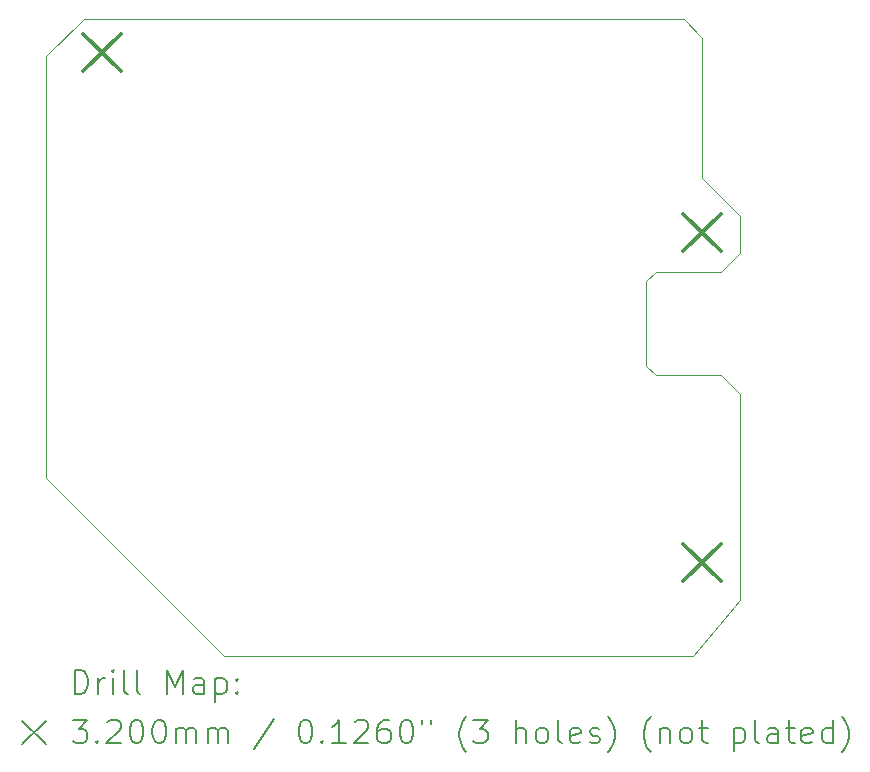
<source format=gbr>
%TF.GenerationSoftware,KiCad,Pcbnew,7.0.2*%
%TF.CreationDate,2023-09-07T17:56:45+02:00*%
%TF.ProjectId,BEP-RFID-cashdrawer,4245502d-5246-4494-942d-636173686472,rev?*%
%TF.SameCoordinates,Original*%
%TF.FileFunction,Drillmap*%
%TF.FilePolarity,Positive*%
%FSLAX45Y45*%
G04 Gerber Fmt 4.5, Leading zero omitted, Abs format (unit mm)*
G04 Created by KiCad (PCBNEW 7.0.2) date 2023-09-07 17:56:45*
%MOMM*%
%LPD*%
G01*
G04 APERTURE LIST*
%ADD10C,0.100000*%
%ADD11C,0.200000*%
%ADD12C,0.320000*%
G04 APERTURE END LIST*
D10*
X12223750Y-10080625D02*
X13731875Y-11588750D01*
X17938750Y-9207500D02*
X18097500Y-9366250D01*
X17383125Y-9207500D02*
X17938750Y-9207500D01*
X17383125Y-8334375D02*
X17303750Y-8413750D01*
X18097500Y-8175625D02*
X18097500Y-7858125D01*
X17938750Y-8334375D02*
X18097500Y-8175625D01*
X17383125Y-8334375D02*
X17938750Y-8334375D01*
X17303750Y-9128125D02*
X17303750Y-8413750D01*
X17383125Y-9207500D02*
X17303750Y-9128125D01*
X12223750Y-6508750D02*
X12541250Y-6191250D01*
X12223750Y-10080625D02*
X12223750Y-6508750D01*
X17700625Y-11588750D02*
X13731875Y-11588750D01*
X18097500Y-11112500D02*
X17700625Y-11588750D01*
X18097500Y-9366250D02*
X18097500Y-11112500D01*
X17780000Y-7540625D02*
X18097500Y-7858125D01*
X17780000Y-6350000D02*
X17780000Y-7540625D01*
X17621250Y-6191250D02*
X17780000Y-6350000D01*
X12541250Y-6191250D02*
X17621250Y-6191250D01*
D11*
D12*
X12540000Y-6317000D02*
X12860000Y-6637000D01*
X12860000Y-6317000D02*
X12540000Y-6637000D01*
X17620000Y-7841000D02*
X17940000Y-8161000D01*
X17940000Y-7841000D02*
X17620000Y-8161000D01*
X17620000Y-10635000D02*
X17940000Y-10955000D01*
X17940000Y-10635000D02*
X17620000Y-10955000D01*
D11*
X12466369Y-11906274D02*
X12466369Y-11706274D01*
X12466369Y-11706274D02*
X12513988Y-11706274D01*
X12513988Y-11706274D02*
X12542559Y-11715798D01*
X12542559Y-11715798D02*
X12561607Y-11734845D01*
X12561607Y-11734845D02*
X12571131Y-11753893D01*
X12571131Y-11753893D02*
X12580655Y-11791988D01*
X12580655Y-11791988D02*
X12580655Y-11820559D01*
X12580655Y-11820559D02*
X12571131Y-11858655D01*
X12571131Y-11858655D02*
X12561607Y-11877702D01*
X12561607Y-11877702D02*
X12542559Y-11896750D01*
X12542559Y-11896750D02*
X12513988Y-11906274D01*
X12513988Y-11906274D02*
X12466369Y-11906274D01*
X12666369Y-11906274D02*
X12666369Y-11772940D01*
X12666369Y-11811036D02*
X12675893Y-11791988D01*
X12675893Y-11791988D02*
X12685417Y-11782464D01*
X12685417Y-11782464D02*
X12704464Y-11772940D01*
X12704464Y-11772940D02*
X12723512Y-11772940D01*
X12790178Y-11906274D02*
X12790178Y-11772940D01*
X12790178Y-11706274D02*
X12780655Y-11715798D01*
X12780655Y-11715798D02*
X12790178Y-11725321D01*
X12790178Y-11725321D02*
X12799702Y-11715798D01*
X12799702Y-11715798D02*
X12790178Y-11706274D01*
X12790178Y-11706274D02*
X12790178Y-11725321D01*
X12913988Y-11906274D02*
X12894940Y-11896750D01*
X12894940Y-11896750D02*
X12885417Y-11877702D01*
X12885417Y-11877702D02*
X12885417Y-11706274D01*
X13018750Y-11906274D02*
X12999702Y-11896750D01*
X12999702Y-11896750D02*
X12990178Y-11877702D01*
X12990178Y-11877702D02*
X12990178Y-11706274D01*
X13247321Y-11906274D02*
X13247321Y-11706274D01*
X13247321Y-11706274D02*
X13313988Y-11849131D01*
X13313988Y-11849131D02*
X13380655Y-11706274D01*
X13380655Y-11706274D02*
X13380655Y-11906274D01*
X13561607Y-11906274D02*
X13561607Y-11801512D01*
X13561607Y-11801512D02*
X13552083Y-11782464D01*
X13552083Y-11782464D02*
X13533036Y-11772940D01*
X13533036Y-11772940D02*
X13494940Y-11772940D01*
X13494940Y-11772940D02*
X13475893Y-11782464D01*
X13561607Y-11896750D02*
X13542559Y-11906274D01*
X13542559Y-11906274D02*
X13494940Y-11906274D01*
X13494940Y-11906274D02*
X13475893Y-11896750D01*
X13475893Y-11896750D02*
X13466369Y-11877702D01*
X13466369Y-11877702D02*
X13466369Y-11858655D01*
X13466369Y-11858655D02*
X13475893Y-11839607D01*
X13475893Y-11839607D02*
X13494940Y-11830083D01*
X13494940Y-11830083D02*
X13542559Y-11830083D01*
X13542559Y-11830083D02*
X13561607Y-11820559D01*
X13656845Y-11772940D02*
X13656845Y-11972940D01*
X13656845Y-11782464D02*
X13675893Y-11772940D01*
X13675893Y-11772940D02*
X13713988Y-11772940D01*
X13713988Y-11772940D02*
X13733036Y-11782464D01*
X13733036Y-11782464D02*
X13742559Y-11791988D01*
X13742559Y-11791988D02*
X13752083Y-11811036D01*
X13752083Y-11811036D02*
X13752083Y-11868178D01*
X13752083Y-11868178D02*
X13742559Y-11887226D01*
X13742559Y-11887226D02*
X13733036Y-11896750D01*
X13733036Y-11896750D02*
X13713988Y-11906274D01*
X13713988Y-11906274D02*
X13675893Y-11906274D01*
X13675893Y-11906274D02*
X13656845Y-11896750D01*
X13837798Y-11887226D02*
X13847321Y-11896750D01*
X13847321Y-11896750D02*
X13837798Y-11906274D01*
X13837798Y-11906274D02*
X13828274Y-11896750D01*
X13828274Y-11896750D02*
X13837798Y-11887226D01*
X13837798Y-11887226D02*
X13837798Y-11906274D01*
X13837798Y-11782464D02*
X13847321Y-11791988D01*
X13847321Y-11791988D02*
X13837798Y-11801512D01*
X13837798Y-11801512D02*
X13828274Y-11791988D01*
X13828274Y-11791988D02*
X13837798Y-11782464D01*
X13837798Y-11782464D02*
X13837798Y-11801512D01*
X12018750Y-12133750D02*
X12218750Y-12333750D01*
X12218750Y-12133750D02*
X12018750Y-12333750D01*
X12447321Y-12126274D02*
X12571131Y-12126274D01*
X12571131Y-12126274D02*
X12504464Y-12202464D01*
X12504464Y-12202464D02*
X12533036Y-12202464D01*
X12533036Y-12202464D02*
X12552083Y-12211988D01*
X12552083Y-12211988D02*
X12561607Y-12221512D01*
X12561607Y-12221512D02*
X12571131Y-12240559D01*
X12571131Y-12240559D02*
X12571131Y-12288178D01*
X12571131Y-12288178D02*
X12561607Y-12307226D01*
X12561607Y-12307226D02*
X12552083Y-12316750D01*
X12552083Y-12316750D02*
X12533036Y-12326274D01*
X12533036Y-12326274D02*
X12475893Y-12326274D01*
X12475893Y-12326274D02*
X12456845Y-12316750D01*
X12456845Y-12316750D02*
X12447321Y-12307226D01*
X12656845Y-12307226D02*
X12666369Y-12316750D01*
X12666369Y-12316750D02*
X12656845Y-12326274D01*
X12656845Y-12326274D02*
X12647321Y-12316750D01*
X12647321Y-12316750D02*
X12656845Y-12307226D01*
X12656845Y-12307226D02*
X12656845Y-12326274D01*
X12742559Y-12145321D02*
X12752083Y-12135798D01*
X12752083Y-12135798D02*
X12771131Y-12126274D01*
X12771131Y-12126274D02*
X12818750Y-12126274D01*
X12818750Y-12126274D02*
X12837798Y-12135798D01*
X12837798Y-12135798D02*
X12847321Y-12145321D01*
X12847321Y-12145321D02*
X12856845Y-12164369D01*
X12856845Y-12164369D02*
X12856845Y-12183417D01*
X12856845Y-12183417D02*
X12847321Y-12211988D01*
X12847321Y-12211988D02*
X12733036Y-12326274D01*
X12733036Y-12326274D02*
X12856845Y-12326274D01*
X12980655Y-12126274D02*
X12999702Y-12126274D01*
X12999702Y-12126274D02*
X13018750Y-12135798D01*
X13018750Y-12135798D02*
X13028274Y-12145321D01*
X13028274Y-12145321D02*
X13037798Y-12164369D01*
X13037798Y-12164369D02*
X13047321Y-12202464D01*
X13047321Y-12202464D02*
X13047321Y-12250083D01*
X13047321Y-12250083D02*
X13037798Y-12288178D01*
X13037798Y-12288178D02*
X13028274Y-12307226D01*
X13028274Y-12307226D02*
X13018750Y-12316750D01*
X13018750Y-12316750D02*
X12999702Y-12326274D01*
X12999702Y-12326274D02*
X12980655Y-12326274D01*
X12980655Y-12326274D02*
X12961607Y-12316750D01*
X12961607Y-12316750D02*
X12952083Y-12307226D01*
X12952083Y-12307226D02*
X12942559Y-12288178D01*
X12942559Y-12288178D02*
X12933036Y-12250083D01*
X12933036Y-12250083D02*
X12933036Y-12202464D01*
X12933036Y-12202464D02*
X12942559Y-12164369D01*
X12942559Y-12164369D02*
X12952083Y-12145321D01*
X12952083Y-12145321D02*
X12961607Y-12135798D01*
X12961607Y-12135798D02*
X12980655Y-12126274D01*
X13171131Y-12126274D02*
X13190179Y-12126274D01*
X13190179Y-12126274D02*
X13209226Y-12135798D01*
X13209226Y-12135798D02*
X13218750Y-12145321D01*
X13218750Y-12145321D02*
X13228274Y-12164369D01*
X13228274Y-12164369D02*
X13237798Y-12202464D01*
X13237798Y-12202464D02*
X13237798Y-12250083D01*
X13237798Y-12250083D02*
X13228274Y-12288178D01*
X13228274Y-12288178D02*
X13218750Y-12307226D01*
X13218750Y-12307226D02*
X13209226Y-12316750D01*
X13209226Y-12316750D02*
X13190179Y-12326274D01*
X13190179Y-12326274D02*
X13171131Y-12326274D01*
X13171131Y-12326274D02*
X13152083Y-12316750D01*
X13152083Y-12316750D02*
X13142559Y-12307226D01*
X13142559Y-12307226D02*
X13133036Y-12288178D01*
X13133036Y-12288178D02*
X13123512Y-12250083D01*
X13123512Y-12250083D02*
X13123512Y-12202464D01*
X13123512Y-12202464D02*
X13133036Y-12164369D01*
X13133036Y-12164369D02*
X13142559Y-12145321D01*
X13142559Y-12145321D02*
X13152083Y-12135798D01*
X13152083Y-12135798D02*
X13171131Y-12126274D01*
X13323512Y-12326274D02*
X13323512Y-12192940D01*
X13323512Y-12211988D02*
X13333036Y-12202464D01*
X13333036Y-12202464D02*
X13352083Y-12192940D01*
X13352083Y-12192940D02*
X13380655Y-12192940D01*
X13380655Y-12192940D02*
X13399702Y-12202464D01*
X13399702Y-12202464D02*
X13409226Y-12221512D01*
X13409226Y-12221512D02*
X13409226Y-12326274D01*
X13409226Y-12221512D02*
X13418750Y-12202464D01*
X13418750Y-12202464D02*
X13437798Y-12192940D01*
X13437798Y-12192940D02*
X13466369Y-12192940D01*
X13466369Y-12192940D02*
X13485417Y-12202464D01*
X13485417Y-12202464D02*
X13494940Y-12221512D01*
X13494940Y-12221512D02*
X13494940Y-12326274D01*
X13590179Y-12326274D02*
X13590179Y-12192940D01*
X13590179Y-12211988D02*
X13599702Y-12202464D01*
X13599702Y-12202464D02*
X13618750Y-12192940D01*
X13618750Y-12192940D02*
X13647321Y-12192940D01*
X13647321Y-12192940D02*
X13666369Y-12202464D01*
X13666369Y-12202464D02*
X13675893Y-12221512D01*
X13675893Y-12221512D02*
X13675893Y-12326274D01*
X13675893Y-12221512D02*
X13685417Y-12202464D01*
X13685417Y-12202464D02*
X13704464Y-12192940D01*
X13704464Y-12192940D02*
X13733036Y-12192940D01*
X13733036Y-12192940D02*
X13752083Y-12202464D01*
X13752083Y-12202464D02*
X13761607Y-12221512D01*
X13761607Y-12221512D02*
X13761607Y-12326274D01*
X14152083Y-12116750D02*
X13980655Y-12373893D01*
X14409226Y-12126274D02*
X14428274Y-12126274D01*
X14428274Y-12126274D02*
X14447322Y-12135798D01*
X14447322Y-12135798D02*
X14456845Y-12145321D01*
X14456845Y-12145321D02*
X14466369Y-12164369D01*
X14466369Y-12164369D02*
X14475893Y-12202464D01*
X14475893Y-12202464D02*
X14475893Y-12250083D01*
X14475893Y-12250083D02*
X14466369Y-12288178D01*
X14466369Y-12288178D02*
X14456845Y-12307226D01*
X14456845Y-12307226D02*
X14447322Y-12316750D01*
X14447322Y-12316750D02*
X14428274Y-12326274D01*
X14428274Y-12326274D02*
X14409226Y-12326274D01*
X14409226Y-12326274D02*
X14390179Y-12316750D01*
X14390179Y-12316750D02*
X14380655Y-12307226D01*
X14380655Y-12307226D02*
X14371131Y-12288178D01*
X14371131Y-12288178D02*
X14361607Y-12250083D01*
X14361607Y-12250083D02*
X14361607Y-12202464D01*
X14361607Y-12202464D02*
X14371131Y-12164369D01*
X14371131Y-12164369D02*
X14380655Y-12145321D01*
X14380655Y-12145321D02*
X14390179Y-12135798D01*
X14390179Y-12135798D02*
X14409226Y-12126274D01*
X14561607Y-12307226D02*
X14571131Y-12316750D01*
X14571131Y-12316750D02*
X14561607Y-12326274D01*
X14561607Y-12326274D02*
X14552083Y-12316750D01*
X14552083Y-12316750D02*
X14561607Y-12307226D01*
X14561607Y-12307226D02*
X14561607Y-12326274D01*
X14761607Y-12326274D02*
X14647322Y-12326274D01*
X14704464Y-12326274D02*
X14704464Y-12126274D01*
X14704464Y-12126274D02*
X14685417Y-12154845D01*
X14685417Y-12154845D02*
X14666369Y-12173893D01*
X14666369Y-12173893D02*
X14647322Y-12183417D01*
X14837798Y-12145321D02*
X14847322Y-12135798D01*
X14847322Y-12135798D02*
X14866369Y-12126274D01*
X14866369Y-12126274D02*
X14913988Y-12126274D01*
X14913988Y-12126274D02*
X14933036Y-12135798D01*
X14933036Y-12135798D02*
X14942560Y-12145321D01*
X14942560Y-12145321D02*
X14952083Y-12164369D01*
X14952083Y-12164369D02*
X14952083Y-12183417D01*
X14952083Y-12183417D02*
X14942560Y-12211988D01*
X14942560Y-12211988D02*
X14828274Y-12326274D01*
X14828274Y-12326274D02*
X14952083Y-12326274D01*
X15123512Y-12126274D02*
X15085417Y-12126274D01*
X15085417Y-12126274D02*
X15066369Y-12135798D01*
X15066369Y-12135798D02*
X15056845Y-12145321D01*
X15056845Y-12145321D02*
X15037798Y-12173893D01*
X15037798Y-12173893D02*
X15028274Y-12211988D01*
X15028274Y-12211988D02*
X15028274Y-12288178D01*
X15028274Y-12288178D02*
X15037798Y-12307226D01*
X15037798Y-12307226D02*
X15047322Y-12316750D01*
X15047322Y-12316750D02*
X15066369Y-12326274D01*
X15066369Y-12326274D02*
X15104464Y-12326274D01*
X15104464Y-12326274D02*
X15123512Y-12316750D01*
X15123512Y-12316750D02*
X15133036Y-12307226D01*
X15133036Y-12307226D02*
X15142560Y-12288178D01*
X15142560Y-12288178D02*
X15142560Y-12240559D01*
X15142560Y-12240559D02*
X15133036Y-12221512D01*
X15133036Y-12221512D02*
X15123512Y-12211988D01*
X15123512Y-12211988D02*
X15104464Y-12202464D01*
X15104464Y-12202464D02*
X15066369Y-12202464D01*
X15066369Y-12202464D02*
X15047322Y-12211988D01*
X15047322Y-12211988D02*
X15037798Y-12221512D01*
X15037798Y-12221512D02*
X15028274Y-12240559D01*
X15266369Y-12126274D02*
X15285417Y-12126274D01*
X15285417Y-12126274D02*
X15304464Y-12135798D01*
X15304464Y-12135798D02*
X15313988Y-12145321D01*
X15313988Y-12145321D02*
X15323512Y-12164369D01*
X15323512Y-12164369D02*
X15333036Y-12202464D01*
X15333036Y-12202464D02*
X15333036Y-12250083D01*
X15333036Y-12250083D02*
X15323512Y-12288178D01*
X15323512Y-12288178D02*
X15313988Y-12307226D01*
X15313988Y-12307226D02*
X15304464Y-12316750D01*
X15304464Y-12316750D02*
X15285417Y-12326274D01*
X15285417Y-12326274D02*
X15266369Y-12326274D01*
X15266369Y-12326274D02*
X15247322Y-12316750D01*
X15247322Y-12316750D02*
X15237798Y-12307226D01*
X15237798Y-12307226D02*
X15228274Y-12288178D01*
X15228274Y-12288178D02*
X15218750Y-12250083D01*
X15218750Y-12250083D02*
X15218750Y-12202464D01*
X15218750Y-12202464D02*
X15228274Y-12164369D01*
X15228274Y-12164369D02*
X15237798Y-12145321D01*
X15237798Y-12145321D02*
X15247322Y-12135798D01*
X15247322Y-12135798D02*
X15266369Y-12126274D01*
X15409226Y-12126274D02*
X15409226Y-12164369D01*
X15485417Y-12126274D02*
X15485417Y-12164369D01*
X15780655Y-12402464D02*
X15771131Y-12392940D01*
X15771131Y-12392940D02*
X15752084Y-12364369D01*
X15752084Y-12364369D02*
X15742560Y-12345321D01*
X15742560Y-12345321D02*
X15733036Y-12316750D01*
X15733036Y-12316750D02*
X15723512Y-12269131D01*
X15723512Y-12269131D02*
X15723512Y-12231036D01*
X15723512Y-12231036D02*
X15733036Y-12183417D01*
X15733036Y-12183417D02*
X15742560Y-12154845D01*
X15742560Y-12154845D02*
X15752084Y-12135798D01*
X15752084Y-12135798D02*
X15771131Y-12107226D01*
X15771131Y-12107226D02*
X15780655Y-12097702D01*
X15837798Y-12126274D02*
X15961607Y-12126274D01*
X15961607Y-12126274D02*
X15894941Y-12202464D01*
X15894941Y-12202464D02*
X15923512Y-12202464D01*
X15923512Y-12202464D02*
X15942560Y-12211988D01*
X15942560Y-12211988D02*
X15952084Y-12221512D01*
X15952084Y-12221512D02*
X15961607Y-12240559D01*
X15961607Y-12240559D02*
X15961607Y-12288178D01*
X15961607Y-12288178D02*
X15952084Y-12307226D01*
X15952084Y-12307226D02*
X15942560Y-12316750D01*
X15942560Y-12316750D02*
X15923512Y-12326274D01*
X15923512Y-12326274D02*
X15866369Y-12326274D01*
X15866369Y-12326274D02*
X15847322Y-12316750D01*
X15847322Y-12316750D02*
X15837798Y-12307226D01*
X16199703Y-12326274D02*
X16199703Y-12126274D01*
X16285417Y-12326274D02*
X16285417Y-12221512D01*
X16285417Y-12221512D02*
X16275893Y-12202464D01*
X16275893Y-12202464D02*
X16256846Y-12192940D01*
X16256846Y-12192940D02*
X16228274Y-12192940D01*
X16228274Y-12192940D02*
X16209226Y-12202464D01*
X16209226Y-12202464D02*
X16199703Y-12211988D01*
X16409226Y-12326274D02*
X16390179Y-12316750D01*
X16390179Y-12316750D02*
X16380655Y-12307226D01*
X16380655Y-12307226D02*
X16371131Y-12288178D01*
X16371131Y-12288178D02*
X16371131Y-12231036D01*
X16371131Y-12231036D02*
X16380655Y-12211988D01*
X16380655Y-12211988D02*
X16390179Y-12202464D01*
X16390179Y-12202464D02*
X16409226Y-12192940D01*
X16409226Y-12192940D02*
X16437798Y-12192940D01*
X16437798Y-12192940D02*
X16456846Y-12202464D01*
X16456846Y-12202464D02*
X16466369Y-12211988D01*
X16466369Y-12211988D02*
X16475893Y-12231036D01*
X16475893Y-12231036D02*
X16475893Y-12288178D01*
X16475893Y-12288178D02*
X16466369Y-12307226D01*
X16466369Y-12307226D02*
X16456846Y-12316750D01*
X16456846Y-12316750D02*
X16437798Y-12326274D01*
X16437798Y-12326274D02*
X16409226Y-12326274D01*
X16590179Y-12326274D02*
X16571131Y-12316750D01*
X16571131Y-12316750D02*
X16561607Y-12297702D01*
X16561607Y-12297702D02*
X16561607Y-12126274D01*
X16742560Y-12316750D02*
X16723512Y-12326274D01*
X16723512Y-12326274D02*
X16685417Y-12326274D01*
X16685417Y-12326274D02*
X16666369Y-12316750D01*
X16666369Y-12316750D02*
X16656846Y-12297702D01*
X16656846Y-12297702D02*
X16656846Y-12221512D01*
X16656846Y-12221512D02*
X16666369Y-12202464D01*
X16666369Y-12202464D02*
X16685417Y-12192940D01*
X16685417Y-12192940D02*
X16723512Y-12192940D01*
X16723512Y-12192940D02*
X16742560Y-12202464D01*
X16742560Y-12202464D02*
X16752084Y-12221512D01*
X16752084Y-12221512D02*
X16752084Y-12240559D01*
X16752084Y-12240559D02*
X16656846Y-12259607D01*
X16828274Y-12316750D02*
X16847322Y-12326274D01*
X16847322Y-12326274D02*
X16885417Y-12326274D01*
X16885417Y-12326274D02*
X16904465Y-12316750D01*
X16904465Y-12316750D02*
X16913989Y-12297702D01*
X16913989Y-12297702D02*
X16913989Y-12288178D01*
X16913989Y-12288178D02*
X16904465Y-12269131D01*
X16904465Y-12269131D02*
X16885417Y-12259607D01*
X16885417Y-12259607D02*
X16856846Y-12259607D01*
X16856846Y-12259607D02*
X16837798Y-12250083D01*
X16837798Y-12250083D02*
X16828274Y-12231036D01*
X16828274Y-12231036D02*
X16828274Y-12221512D01*
X16828274Y-12221512D02*
X16837798Y-12202464D01*
X16837798Y-12202464D02*
X16856846Y-12192940D01*
X16856846Y-12192940D02*
X16885417Y-12192940D01*
X16885417Y-12192940D02*
X16904465Y-12202464D01*
X16980655Y-12402464D02*
X16990179Y-12392940D01*
X16990179Y-12392940D02*
X17009227Y-12364369D01*
X17009227Y-12364369D02*
X17018750Y-12345321D01*
X17018750Y-12345321D02*
X17028274Y-12316750D01*
X17028274Y-12316750D02*
X17037798Y-12269131D01*
X17037798Y-12269131D02*
X17037798Y-12231036D01*
X17037798Y-12231036D02*
X17028274Y-12183417D01*
X17028274Y-12183417D02*
X17018750Y-12154845D01*
X17018750Y-12154845D02*
X17009227Y-12135798D01*
X17009227Y-12135798D02*
X16990179Y-12107226D01*
X16990179Y-12107226D02*
X16980655Y-12097702D01*
X17342560Y-12402464D02*
X17333036Y-12392940D01*
X17333036Y-12392940D02*
X17313989Y-12364369D01*
X17313989Y-12364369D02*
X17304465Y-12345321D01*
X17304465Y-12345321D02*
X17294941Y-12316750D01*
X17294941Y-12316750D02*
X17285417Y-12269131D01*
X17285417Y-12269131D02*
X17285417Y-12231036D01*
X17285417Y-12231036D02*
X17294941Y-12183417D01*
X17294941Y-12183417D02*
X17304465Y-12154845D01*
X17304465Y-12154845D02*
X17313989Y-12135798D01*
X17313989Y-12135798D02*
X17333036Y-12107226D01*
X17333036Y-12107226D02*
X17342560Y-12097702D01*
X17418750Y-12192940D02*
X17418750Y-12326274D01*
X17418750Y-12211988D02*
X17428274Y-12202464D01*
X17428274Y-12202464D02*
X17447322Y-12192940D01*
X17447322Y-12192940D02*
X17475893Y-12192940D01*
X17475893Y-12192940D02*
X17494941Y-12202464D01*
X17494941Y-12202464D02*
X17504465Y-12221512D01*
X17504465Y-12221512D02*
X17504465Y-12326274D01*
X17628274Y-12326274D02*
X17609227Y-12316750D01*
X17609227Y-12316750D02*
X17599703Y-12307226D01*
X17599703Y-12307226D02*
X17590179Y-12288178D01*
X17590179Y-12288178D02*
X17590179Y-12231036D01*
X17590179Y-12231036D02*
X17599703Y-12211988D01*
X17599703Y-12211988D02*
X17609227Y-12202464D01*
X17609227Y-12202464D02*
X17628274Y-12192940D01*
X17628274Y-12192940D02*
X17656846Y-12192940D01*
X17656846Y-12192940D02*
X17675893Y-12202464D01*
X17675893Y-12202464D02*
X17685417Y-12211988D01*
X17685417Y-12211988D02*
X17694941Y-12231036D01*
X17694941Y-12231036D02*
X17694941Y-12288178D01*
X17694941Y-12288178D02*
X17685417Y-12307226D01*
X17685417Y-12307226D02*
X17675893Y-12316750D01*
X17675893Y-12316750D02*
X17656846Y-12326274D01*
X17656846Y-12326274D02*
X17628274Y-12326274D01*
X17752084Y-12192940D02*
X17828274Y-12192940D01*
X17780655Y-12126274D02*
X17780655Y-12297702D01*
X17780655Y-12297702D02*
X17790179Y-12316750D01*
X17790179Y-12316750D02*
X17809227Y-12326274D01*
X17809227Y-12326274D02*
X17828274Y-12326274D01*
X18047322Y-12192940D02*
X18047322Y-12392940D01*
X18047322Y-12202464D02*
X18066370Y-12192940D01*
X18066370Y-12192940D02*
X18104465Y-12192940D01*
X18104465Y-12192940D02*
X18123512Y-12202464D01*
X18123512Y-12202464D02*
X18133036Y-12211988D01*
X18133036Y-12211988D02*
X18142560Y-12231036D01*
X18142560Y-12231036D02*
X18142560Y-12288178D01*
X18142560Y-12288178D02*
X18133036Y-12307226D01*
X18133036Y-12307226D02*
X18123512Y-12316750D01*
X18123512Y-12316750D02*
X18104465Y-12326274D01*
X18104465Y-12326274D02*
X18066370Y-12326274D01*
X18066370Y-12326274D02*
X18047322Y-12316750D01*
X18256846Y-12326274D02*
X18237798Y-12316750D01*
X18237798Y-12316750D02*
X18228274Y-12297702D01*
X18228274Y-12297702D02*
X18228274Y-12126274D01*
X18418751Y-12326274D02*
X18418751Y-12221512D01*
X18418751Y-12221512D02*
X18409227Y-12202464D01*
X18409227Y-12202464D02*
X18390179Y-12192940D01*
X18390179Y-12192940D02*
X18352084Y-12192940D01*
X18352084Y-12192940D02*
X18333036Y-12202464D01*
X18418751Y-12316750D02*
X18399703Y-12326274D01*
X18399703Y-12326274D02*
X18352084Y-12326274D01*
X18352084Y-12326274D02*
X18333036Y-12316750D01*
X18333036Y-12316750D02*
X18323512Y-12297702D01*
X18323512Y-12297702D02*
X18323512Y-12278655D01*
X18323512Y-12278655D02*
X18333036Y-12259607D01*
X18333036Y-12259607D02*
X18352084Y-12250083D01*
X18352084Y-12250083D02*
X18399703Y-12250083D01*
X18399703Y-12250083D02*
X18418751Y-12240559D01*
X18485417Y-12192940D02*
X18561608Y-12192940D01*
X18513989Y-12126274D02*
X18513989Y-12297702D01*
X18513989Y-12297702D02*
X18523512Y-12316750D01*
X18523512Y-12316750D02*
X18542560Y-12326274D01*
X18542560Y-12326274D02*
X18561608Y-12326274D01*
X18704465Y-12316750D02*
X18685417Y-12326274D01*
X18685417Y-12326274D02*
X18647322Y-12326274D01*
X18647322Y-12326274D02*
X18628274Y-12316750D01*
X18628274Y-12316750D02*
X18618751Y-12297702D01*
X18618751Y-12297702D02*
X18618751Y-12221512D01*
X18618751Y-12221512D02*
X18628274Y-12202464D01*
X18628274Y-12202464D02*
X18647322Y-12192940D01*
X18647322Y-12192940D02*
X18685417Y-12192940D01*
X18685417Y-12192940D02*
X18704465Y-12202464D01*
X18704465Y-12202464D02*
X18713989Y-12221512D01*
X18713989Y-12221512D02*
X18713989Y-12240559D01*
X18713989Y-12240559D02*
X18618751Y-12259607D01*
X18885417Y-12326274D02*
X18885417Y-12126274D01*
X18885417Y-12316750D02*
X18866370Y-12326274D01*
X18866370Y-12326274D02*
X18828274Y-12326274D01*
X18828274Y-12326274D02*
X18809227Y-12316750D01*
X18809227Y-12316750D02*
X18799703Y-12307226D01*
X18799703Y-12307226D02*
X18790179Y-12288178D01*
X18790179Y-12288178D02*
X18790179Y-12231036D01*
X18790179Y-12231036D02*
X18799703Y-12211988D01*
X18799703Y-12211988D02*
X18809227Y-12202464D01*
X18809227Y-12202464D02*
X18828274Y-12192940D01*
X18828274Y-12192940D02*
X18866370Y-12192940D01*
X18866370Y-12192940D02*
X18885417Y-12202464D01*
X18961608Y-12402464D02*
X18971132Y-12392940D01*
X18971132Y-12392940D02*
X18990179Y-12364369D01*
X18990179Y-12364369D02*
X18999703Y-12345321D01*
X18999703Y-12345321D02*
X19009227Y-12316750D01*
X19009227Y-12316750D02*
X19018751Y-12269131D01*
X19018751Y-12269131D02*
X19018751Y-12231036D01*
X19018751Y-12231036D02*
X19009227Y-12183417D01*
X19009227Y-12183417D02*
X18999703Y-12154845D01*
X18999703Y-12154845D02*
X18990179Y-12135798D01*
X18990179Y-12135798D02*
X18971132Y-12107226D01*
X18971132Y-12107226D02*
X18961608Y-12097702D01*
M02*

</source>
